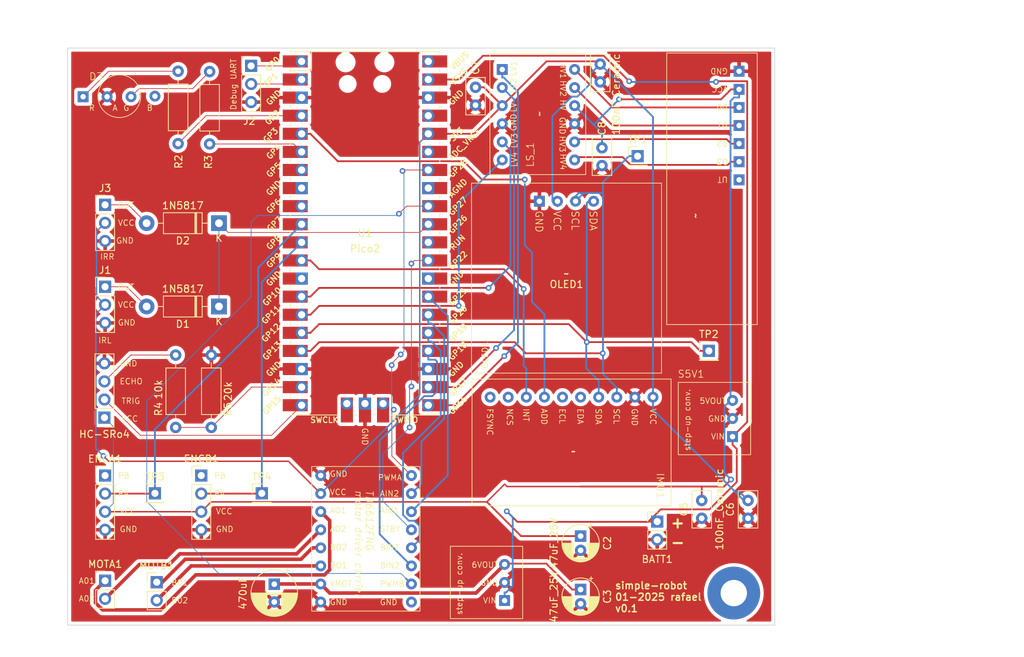
<source format=kicad_pcb>
(kicad_pcb (version 20240108) (generator "pcbnew") (generator_version "8.0")
  (title_block (comment 4 "AISLER Project ID: GUIHFCCZ"))
  (layers (0 "F.Cu" signal "Front") (31 "B.Cu" signal "Back") (34 "B.Paste" user) (35 "F.Paste" user) (36 "B.SilkS" user "B.Silkscreen") (37 "F.SilkS" user "F.Silkscreen") (38 "B.Mask" user) (39 "F.Mask" user) (44 "Edge.Cuts" user))
  (net 0 "")
  (net 4 "Net-(J2-Pin_2)")
  (net 6 "Net-(J2-Pin_1)")
  (net 7 "Net-(IMU1-VCC)")
  (net 9 "Net-(LS_1-LV4)")
  (net 10 "Net-(LS_1-LV2)")
  (net 11 "GND")
  (net 12 "Net-(D1-K)")
  (net 13 "+3V8")
  (net 14 "Net-(IMU1-SDA)")
  (net 16 "Net-(IMU1-SCL)")
  (net 17 "Net-(LS_1-LV1)")
  (net 24 "Net-(LS_1-LV3)")
  (net 37 "Net-(D1-A)")
  (net 38 "Net-(D2-A)")
  (net 39 "Net-(U1-GPIO2)")
  (net 40 "Net-(U1-GPIO4)")
  (net 41 "Net-(HC-SRo4-Pin_2)")
  (net 42 "Net-(HC-SRo4-Pin_3)")
  (net 43 "Net-(U1-GPIO14)")
  (net 44 "Net-(D3-RK)")
  (net 45 "Net-(D3-GK)")
  (net 47 "Net-(MD1-VMOT)")
  (net 49 "Net-(MD1-B01)")
  (net 50 "Net-(MD1-B02)")
  (net 51 "Net-(MD1-PWMA)")
  (net 52 "Net-(MD1-BIN1)")
  (net 53 "Net-(MD1-STBY)")
  (net 54 "Net-(MD1-A02)")
  (net 55 "Net-(MD1-PWMB)")
  (net 56 "Net-(MD1-BIN2)")
  (net 57 "Net-(MD1-AIN1)")
  (net 58 "Net-(MD1-AIN2)")
  (net 60 "Net-(MD1-A01)")
  (net 61 "Net-(LS_1-HV2)")
  (net 62 "Net-(LS_1-HV3)")
  (net 63 "Net-(LS_1-HV4)")
  (net 64 "Net-(LS_1-HV1)")
  (net 65 "Net-(ENCA1-Pin_3)")
  (net 66 "Net-(ENCA1-Pin_2)")
  (net 67 "Net-(ENCA1-Pin_1)")
  (net 68 "Net-(ENCB1-Pin_2)")
  (net 69 "Net-(ENCB1-Pin_1)")
  (net 70 "Net-(IMU1-ADD)")
  (net 73 "Net-(IMU1-INT)")
  (footprint "Connector_PinHeader_2.54mm:PinHeader_1x04_P2.54mm_Vertical" (layer "F.Cu") (at 60.25 118)
    (property "Reference" "ENCA1")
    (property "Value" "Conn_01x04_Pin")
  )
  (footprint "common-hobby-things:433Mhz RC Receiver" (layer "F.Cu") (at 146.71 68.87 -90)
    (property "Reference" "R1" (hide yes))
    (property "Value" "~")
  )
  (footprint "Capacitor_THT:C_Disc_D5.0mm_W2.5mm_P2.50mm" (layer "F.Cu") (at 130 72 -90)
    (property "Reference" "C8")
    (property "Value" "100nF_Ceramic")
  )
  (footprint "Resistor_THT:R_Axial_DIN0207_L6.3mm_D2.5mm_P10.16mm_Horizontal" (layer "F.Cu") (at 75.159 111.25 90)
    (property "Reference" "R5")
    (property "Value" "20k")
  )
  (footprint "Connector_PinHeader_2.54mm:PinHeader_1x03_P2.54mm_Vertical" (layer "F.Cu") (at 80.75 60.5)
    (property "Reference" "J2")
    (property "Value" "Conn_01x03_Pin")
  )
  (footprint "common-hobby-things:Pololu step-up converter 2.5-5.5V in 5V out" (layer "F.Cu") (at 143.25 110)
    (property "Reference" "S5V1")
    (property "Value" "~")
  )
  (footprint "Connector_PinHeader_2.54mm:PinHeader_1x01_P2.54mm_Vertical" (layer "F.Cu") (at 135 73.17)
    (property "Reference" "TP1")
    (property "Value" "Conn_01x01_Pin")
  )
  (footprint "common-hobby-things:Pololu step-up converter 2.5-5.5V in 6V out" (layer "F.Cu") (at 111.25 133.01)
    (property "Reference" "S6V1" (hide yes))
    (property "Value" "~")
  )
  (footprint "Capacitor_THT:C_Disc_D5.0mm_W2.5mm_P2.50mm" (layer "F.Cu") (at 144 124 90)
    (property "Reference" "C5")
    (property "Value" "100nF_Ceramic")
  )
  (footprint "Capacitor_THT:CP_Radial_D5.0mm_P2.00mm" (layer "F.Cu") (at 127 126.5 -90)
    (property "Reference" "C2")
    (property "Value" "47uF_25V")
  )
  (footprint "Connector_PinHeader_2.54mm:PinHeader_1x03_P2.54mm_Vertical" (layer "F.Cu") (at 60.25 80)
    (property "Reference" "J3")
    (property "Value" "Conn_01x03_Pin")
  )
  (footprint "Capacitor_THT:C_Disc_D5.0mm_W2.5mm_P2.50mm" (layer "F.Cu") (at 112.25 63.5 -90)
    (property "Reference" "C7")
    (property "Value" "100nF_Ceramic")
  )
  (footprint "Connector_PinHeader_2.54mm:PinHeader_1x04_P2.54mm_Vertical" (layer "F.Cu") (at 73.75 118)
    (property "Reference" "ENCB1")
    (property "Value" "Conn_01x04_Pin")
  )
  (footprint "Capacitor_THT:CP_Radial_D5.0mm_P2.00mm" (layer "F.Cu") (at 127 134 -90)
    (property "Reference" "C3")
    (property "Value" "47uF_25V")
  )
  (footprint "Diode_THT:D_DO-41_SOD81_P10.16mm_Horizontal" (layer "F.Cu") (at 76.239 94.275 180)
    (property "Reference" "D1")
    (property "Value" "1N5817")
  )
  (footprint "Resistor_THT:R_Axial_DIN0207_L6.3mm_D2.5mm_P10.16mm_Horizontal" (layer "F.Cu") (at 70.159 101.09 -90)
    (property "Reference" "R4")
    (property "Value" "10k")
  )
  (footprint "Connector_PinHeader_2.54mm:PinHeader_1x01_P2.54mm_Vertical" (layer "F.Cu") (at 145 100.5)
    (property "Reference" "TP2")
    (property "Value" "Conn_01x01_Pin")
  )
  (footprint "common-hobby-things:MPU 9265 IMU carrier board" (layer "F.Cu") (at 127 114.62 -90)
    (property "Reference" "IMU1")
    (property "Value" "~")
  )
  (footprint "Connector_PinHeader_2.54mm:PinHeader_1x03_P2.54mm_Vertical" (layer "F.Cu") (at 60.25 91.5)
    (property "Reference" "J1")
    (property "Value" "Conn_01x03_Pin")
  )
  (footprint "MCU_RaspberryPi_and_Boards:RPi_Pico_SMD_TH" (layer "F.Cu") (at 96.73 84)
    (property "Reference" "U1")
    (property "Value" "Pico2")
  )
  (footprint "Capacitor_THT:CP_Radial_D6.3mm_P2.50mm" (layer "F.Cu") (at 84 133.25 -90)
    (property "Reference" "C1" (hide yes))
    (property "Value" "470uF")
  )
  (footprint "common-hobby-things:LED RAGB" (layer "F.Cu") (at 62.25 67.37)
    (property "Reference" "D3")
    (property "Value" "LED_RAGB")
  )
  (footprint "MountingHole:MountingHole_3.7mm_Pad" (layer "F.Cu") (at 148.5 134.5)
    (property "Reference" "REF**" (hide yes))
    (property "Value" "MountingHole_3.7mm_Pad")
  )
  (footprint "Connector_PinHeader_2.54mm:PinHeader_1x01_P2.54mm_Vertical" (layer "F.Cu") (at 67.25 120.5)
    (property "Reference" "TP3")
    (property "Value" "Conn_01x01_Pin")
  )
  (footprint "common-hobby-things:SSD1306" (layer "F.Cu") (at 125.02 84.58)
    (property "Reference" "OLED1")
    (property "Value" "~")
  )
  (footprint "Connector_PinHeader_2.54mm:PinHeader_1x02_P2.54mm_Vertical" (layer "F.Cu") (at 137.75 124.46)
    (property "Reference" "BATT1")
    (property "Value" "Conn_01x02_Pin")
  )
  (footprint "Resistor_THT:R_Axial_DIN0207_L6.3mm_D2.5mm_P10.16mm_Horizontal" (layer "F.Cu") (at 74.922 71.46 90)
    (property "Reference" "R3")
    (property "Value" "330k")
  )
  (footprint "Capacitor_THT:C_Disc_D5.0mm_W2.5mm_P2.50mm" (layer "F.Cu") (at 129.75 62.75 90)
    (property "Reference" "C4" (hide yes))
    (property "Value" "100nF_Ceramic")
  )
  (footprint "Connector_PinHeader_2.54mm:PinHeader_1x02_P2.54mm_Vertical" (layer "F.Cu") (at 67.5 132.975)
    (property "Reference" "MOTB1")
    (property "Value" "~")
  )
  (footprint "common-hobby-things:Level shifter 4 bi-dir" (layer "F.Cu") (at 123.62 71.16)
    (property "Reference" "LS_1")
    (property "Value" "~")
  )
  (footprint "Connector_PinHeader_2.54mm:PinHeader_1x04_P2.54mm_Vertical" (layer "F.Cu") (at 60.159 109.87 180)
    (property "Reference" "HC-SRo4")
    (property "Value" "Conn_01x04_Pin")
  )
  (footprint "Diode_THT:D_DO-41_SOD81_P10.16mm_Horizontal" (layer "F.Cu") (at 76.239 82.58 180)
    (property "Reference" "D2")
    (property "Value" "1N5817")
  )
  (footprint "Connector_PinHeader_2.54mm:PinHeader_1x01_P2.54mm_Vertical" (layer "F.Cu") (at 82.25 120.5)
    (property "Reference" "TP4")
    (property "Value" "Conn_01x01_Pin")
  )
  (footprint "Capacitor_THT:C_Disc_D5.0mm_W2.5mm_P2.50mm" (layer "F.Cu") (at 150.5 124 90)
    (property "Reference" "C6")
    (property "Value" "100nF_Ceramic")
  )
  (footprint "common-hobby-things:TB6612FNG motor driver carrier" (layer "F.Cu") (at 89.25 116.8062)
    (property "Reference" "MD1" (hide yes))
    (property "Value" "~" (hide yes))
  )
  (footprint "Connector_PinHeader_2.54mm:PinHeader_1x02_P2.54mm_Vertical" (layer "F.Cu") (at 60.25 132.765)
    (property "Reference" "MOTA1")
    (property "Value" "~")
  )
  (footprint "Resistor_THT:R_Axial_DIN0207_L6.3mm_D2.5mm_P10.16mm_Horizontal" (layer "F.Cu") (at 70.5 71.41 90)
    (property "Reference" "R2")
    (property "Value" "330k")
  )
  (gr_line (start 55 139) (end 154.25 139) (stroke (width 0.1)) (layer "Edge.Cuts"))
  (gr_line (start 55 58) (end 154.250315 58) (stroke (width 0.1)) (layer "Edge.Cuts"))
  (gr_line (start 55 58) (end 55 139) (stroke (width 0.1)) (layer "Edge.Cuts"))
  (gr_line (start 154.250315 58) (end 154.25 139) (stroke (width 0.1)) (layer "Edge.Cuts"))
  (gr_text "OUT" (at 62 80.5 0) (layer "F.SilkS") (effects (font (size 0.8 0.8) (thickness 0.1)) (justify left bottom)))
  (gr_text "VCC" (at 75.75 123.5 0) (layer "F.SilkS") (effects (font (size 0.8 0.8) (thickness 0.1)) (justify left bottom)))
  (gr_text "B01" (at 69.5 133.5 0) (layer "F.SilkS") (effects (font (size 0.8 0.8) (thickness 0.1)) (justify left bottom)))
  (gr_text "A01" (at 56.5 133.25 0) (layer "F.SilkS") (effects (font (size 0.8 0.8) (thickness 0.1)) (justify left bottom)))
  (gr_text "GND" (at 61.75 85.5 0) (layer "F.SilkS") (effects (font (size 0.8 0.8) (thickness 0.1)) (justify left bottom)))
  (gr_text "-" (at 141.75 128.25 0) (layer "F.SilkS") (effects (font (size 1.5 1.5) (thickness 0.3) (bold yes)) (justify left bottom mirror)))
  (gr_text "+" (at 141.75 125.5 0) (layer "F.SilkS") (effects (font (size 1.5 1.5) (thickness 0.3) (bold yes)) (justify left bottom mirror)))
  (gr_text "GND" (at 62.25 126 0) (layer "F.SilkS") (effects (font (size 0.8 0.8) (thickness 0.1)) (justify left bottom)))
  (gr_text "VCC" (at 62.5 110.5 0) (layer "F.SilkS") (effects (font (size 0.8 0.8) (thickness 0.1)) (justify left bottom)))
  (gr_text "VCC" (at 62 83 0) (layer "F.SilkS") (effects (font (size 0.8 0.8) (thickness 0.1)) (justify left bottom)))
  (gr_text "GND" (at 62 97 0) (layer "F.SilkS") (effects (font (size 0.8 0.8) (thickness 0.1)) (justify left bottom)))
  (gr_text "PB" (at 75.5 118.5 0) (layer "F.SilkS") (effects (font (size 0.8 0.8) (thickness 0.1)) (justify left bottom)))
  (gr_text "B02" (at 69.5 136 0) (layer "F.SilkS") (effects (font (size 0.8 0.8) (thickness 0.1)) (justify left bottom)))
  (gr_text "PA" (at 62 121 0) (layer "F.SilkS") (effects (font (size 0.8 0.8) (thickness 0.1)) (justify left bottom)))
  (gr_text "A02" (at 56.5 135.75 0) (layer "F.SilkS") (effects (font (size 0.8 0.8) (thickness 0.1)) (justify left bottom)))
  (gr_text "simple-robot\n01-2025 rafael\nv0.1" (at 131.75 137.25 0) (layer "F.SilkS") (effects (font (size 1 1) (thickness 0.1875)) (justify left bottom)))
  (gr_text "PB" (at 62 118.5 0) (layer "F.SilkS") (effects (font (size 0.8 0.8) (thickness 0.1)) (justify left bottom)))
  (gr_text "VCC" (at 62.25 123.5 0) (layer "F.SilkS") (effects (font (size 0.8 0.8) (thickness 0.1)) (justify left bottom)))
  (gr_text "VCC" (at 62 94.5 0) (layer "F.SilkS") (effects (font (size 0.8 0.8) (thickness 0.1)) (justify left bottom)))
  (gr_text "GND" (at 96.25 111.25 -90) (layer "F.SilkS") (effects (font (size 0.8 0.8) (thickness 0.1)) (justify left bottom)))
  (gr_text "GND" (at 62.25 102.75 0) (layer "F.SilkS") (effects (font (size 0.8 0.8) (thickness 0.1)) (justify left bottom)))
  (gr_text "IRR" (at 59.5 87.75 0) (layer "F.SilkS") (effects (font (size 0.8 0.8) (thickness 0.1)) (justify left bottom)))
  (gr_text "OUT" (at 62 92 0) (layer "F.SilkS") (effects (font (size 0.8 0.8) (thickness 0.1)) (justify left bottom)))
  (gr_text "PA" (at 75.5 121 0) (layer "F.SilkS") (effects (font (size 0.8 0.8) (thickness 0.1)) (justify left bottom)))
  (gr_text "IRL" (at 59.25 99.5 0) (layer "F.SilkS") (effects (font (size 0.8 0.8) (thickness 0.1)) (justify left bottom)))
  (gr_text "ECHO" (at 62.25 105.25 0) (layer "F.SilkS") (effects (font (size 0.8 0.8) (thickness 0.1)) (justify left bottom)))
  (gr_text "GND" (at 75.75 126 0) (layer "F.SilkS") (effects (font (size 0.8 0.8) (thickness 0.1)) (justify left bottom)))
  (gr_text "TRIG" (at 62.5 108 0) (layer "F.SilkS") (effects (font (size 0.8 0.8) (thickness 0.1)) (justify left bottom)))
  (segment (start 87.21 63.04) (end 87.84 62.41) (width 0.25) (layer "F.Cu") (net 4))
  (segment (start 80.75 63.04) (end 87.21 63.04) (width 0.1) (layer "F.Cu") (net 4))
  (segment (start 87.21 60.5) (end 87.84 59.87) (width 0.25) (layer "F.Cu") (net 6))
  (segment (start 80.75 60.5) (end 87.21 60.5) (width 0.1) (layer "F.Cu") (net 6))
  (segment (start 90.52 120.537) (end 85.9829 116) (width 0.2) (layer "F.Cu") (net 7))
  (segment (start 116 66.08) (end 113.42 63.5) (width 0.25) (layer "F.Cu") (net 7))
  (segment (start 122.219 59.861) (end 116 66.08) (width 0.25) (layer "F.Cu") (net 7))
  (segment (start 129.75 60.25) (end 129.424 60.25) (width 0.25) (layer "F.Cu") (net 7))
  (segment (start 90.52 120.537) (end 90.52 120.5371) (width 0.25) (layer "F.Cu") (net 7))
  (segment (start 85.9829 116) (end 60.75 116) (width 0.2) (layer "F.Cu") (net 7))
  (segment (start 113.42 63.5) (end 112.25 63.5) (width 0.25) (layer "F.Cu") (net 7))
  (segment (start 105.62 70.03) (end 112.05 70.03) (width 0.25) (layer "F.Cu") (net 7))
  (segment (start 129.361 59.861) (end 129.035 59.861) (width 0.25) (layer "F.Cu") (net 7))
  (segment (start 129.424 60.25) (end 129.035 59.861) (width 0.25) (layer "F.Cu") (net 7))
  (segment (start 112.05 70.03) (end 116 66.08) (width 0.25) (layer "F.Cu") (net 7))
  (segment (start 60.75 116) (end 60 115.25) (width 0.2) (layer "F.Cu") (net 7))
  (segment (start 129.035 59.861) (end 122.219 59.861) (width 0.25) (layer "F.Cu") (net 7))
  (via (at 60 115.25) (size 0.8) (drill 0.4) (layers "F.Cu" "B.Cu") (net 7))
  (segment (start 128.425 61.5748) (end 129.75 60.25) (width 0.25) (layer "B.Cu") (net 7))
  (segment (start 148.702 120.292) (end 137.16 108.75) (width 0.25) (layer "B.Cu") (net 7))
  (segment (start 129.75 60.25) (end 137.16 67.66) (width 0.25) (layer "B.Cu") (net 7))
  (segment (start 59.05 92.84) (end 59.05 83.74) (width 0.2) (layer "B.Cu") (net 7))
  (segment (start 126.56 64.81) (end 128.425 62.9449) (width 0.25) (layer "B.Cu") (net 7))
  (segment (start 137.16 108.75) (end 137.16 107) (width 0.25) (layer "B.Cu") (net 7))
  (segment (start 125.766 64.81) (end 126.56 64.81) (width 0.25) (layer "B.Cu") (net 7))
  (segment (start 58.959 114.209) (end 58.959 95.331) (width 0.2) (layer "B.Cu") (net 7))
  (segment (start 104.42 71.23) (end 105.62 70.03) (width 0.2) (layer "B.Cu") (net 7))
  (segment (start 123.04 67.5356) (end 125.766 64.81) (width 0.25) (layer "B.Cu") (net 7))
  (segment (start 149.91 121.5) (end 148.702 120.292) (width 0.25) (layer "B.Cu") (net 7))
  (segment (start 148.702 120.292) (end 149.292 120.292) (width 0.25) (layer "B.Cu") (net 7))
  (segment (start 90.52 120.537) (end 104.42 106.637) (width 0.2) (layer "B.Cu") (net 7))
  (segment (start 123.75 79.5) (end 123.75 80.21) (width 0.25) (layer "B.Cu") (net 7))
  (segment (start 58.959 95.331) (end 60.25 94.04) (width 0.2) (layer "B.Cu") (net 7))
  (segment (start 60 115.25) (end 58.959 114.209) (width 0.2) (layer "B.Cu") (net 7))
  (segment (start 123.04 79.5) (end 123.04 67.5356) (width 0.25) (layer "B.Cu") (net 7))
  (segment (start 60.25 94.04) (end 59.05 92.84) (width 0.2) (layer "B.Cu") (net 7))
  (segment (start 59.05 83.74) (end 60.25 82.54) (width 0.2) (layer "B.Cu") (net 7))
  (segment (start 90.52 120.537) (end 90.52 120.5371) (width 0.25) (layer "B.Cu") (net 7))
  (segment (start 128.425 62.9449) (end 128.425 61.5748) (width 0.25) (layer "B.Cu") (net 7))
  (segment (start 149.292 120.292) (end 150.5 121.5) (width 0.25) (layer "B.Cu") (net 7))
  (segment (start 123.75 80.21) (end 123.04 79.5) (width 0.25) (layer "B.Cu") (net 7))
  (segment (start 104.42 106.637) (end 104.42 71.23) (width 0.2) (layer "B.Cu") (net 7))
  (segment (start 137.16 67.66) (end 137.16 107) (width 0.25) (layer "B.Cu") (net 7))
  (segment (start 90.3075 94.1892) (end 89.0667 95.43) (width 0.25) (layer "F.Cu") (net 9))
  (segment (start 109.892 94.1892) (end 90.3075 94.1892) (width 0.25) (layer "F.Cu") (net 9))
  (segment (start 89.0667 95.43) (end 87.84 95.43) (width 0.25) (layer "F.Cu") (net 9))
  (via (at 109.892 94.1892) (size 0.8) (drill 0.4) (layers "F.Cu" "B.Cu") (net 9))
  (segment (start 116 73.7) (end 109.892 79.8083) (width 0.25) (layer "B.Cu") (net 9))
  (segment (start 109.892 79.8083) (end 109.892 94.1892) (width 0.25) (layer "B.Cu") (net 9))
  (segment (start 109.651 105.59) (end 115.132 100.11) (width 0.25) (layer "F.Cu") (net 10))
  (segment (start 105.62 105.59) (end 109.651 105.59) (width 0.25) (layer "F.Cu") (net 10))
  (via (at 115.132 100.11) (size 0.8) (drill 0.4) (layers "F.Cu" "B.Cu") (net 10))
  (segment (start 116 63.54) (end 117.663 65.2029) (width 0.25) (layer "B.Cu") (net 10))
  (segment (start 117.663 65.2029) (end 117.663 97.5785) (width 0.25) (layer "B.Cu") (net 10))
  (segment (start 117.663 97.5785) (end 115.132 100.11) (width 0.25) (layer "B.Cu") (net 10))
  (segment (start 104.47 83.88) (end 105.62 82.73) (width 0.1) (layer "F.Cu") (net 12))
  (segment (start 77.539 83.88) (end 104.47 83.88) (width 0.1) (layer "F.Cu") (net 12))
  (segment (start 76.239 82.58) (end 77.539 83.88) (width 0.1) (layer "F.Cu") (net 12))
  (segment (start 76.239 94.275) (end 76.239 82.58) (width 0.1) (layer "B.Cu") (net 12))
  (segment (start 113.295 59.075) (end 130.236701 59.075) (width 0.25) (layer "F.Cu") (net 13))
  (segment (start 148.92 114.269) (end 148.92 118.912) (width 0.25) (layer "F.Cu") (net 13))
  (segment (start 130.236701 59.075) (end 133.814701 62.653) (width 0.25) (layer "F.Cu") (net 13))
  (segment (start 116.632 123.018) (end 118.114 124.5) (width 0.25) (layer "F.Cu") (net 13))
  (segment (start 137.75 124.46) (end 136.523 124.46) (width 0.25) (layer "F.Cu") (net 13))
  (segment (start 136.483 124.5) (end 136.523 124.46) (width 0.25) (layer "F.Cu") (net 13))
  (segment (start 148.33 113.679) (end 148.92 114.269) (width 0.25) (layer "F.Cu") (net 13))
  (segment (start 138.233 122.75) (end 136.523 124.46) (width 0.25) (layer "F.Cu") (net 13))
  (segment (start 150.387 62.653) (end 150.387 110.483) (width 0.25) (layer "F.Cu") (net 13))
  (segment (start 148.33 112.54) (end 148.33 113.679) (width 0.25) (layer "F.Cu") (net 13))
  (segment (start 118.114 124.5) (end 136.483 124.5) (width 0.25) (layer "F.Cu") (net 13))
  (segment (start 145.082 122.75) (end 138.233 122.75) (width 0.25) (layer "F.Cu") (net 13))
  (segment (start 105.62 62.41) (end 109.96 62.41) (width 0.25) (layer "F.Cu") (net 13))
  (segment (start 146.097 62.653) (end 146 62.75) (width 0.25) (layer "F.Cu") (net 13))
  (segment (start 150.387 62.653) (end 146.097 62.653) (width 0.25) (layer "F.Cu") (net 13))
  (segment (start 109.96 62.41) (end 113.295 59.075) (width 0.25) (layer "F.Cu") (net 13))
  (segment (start 148.92 118.912) (end 145.082 122.75) (width 0.25) (layer "F.Cu") (net 13))
  (segment (start 150.387 110.483) (end 148.33 112.54) (width 0.25) (layer "F.Cu") (net 13))
  (via (at 133.814701 62.653) (size 0.8) (drill 0.4) (layers "F.Cu" "B.Cu") (net 13))
  (via (at 146 62.75) (size 0.8) (drill 0.4) (layers "F.Cu" "B.Cu") (net 13))
  (via (at 116.632 123.018) (size 0.8) (drill 0.4) (layers "F.Cu" "B.Cu") (net 13))
  (segment (start 117.469 133.486) (end 116.544 134.411) (width 0.25) (layer "B.Cu") (net 13))
  (segment (start 116.632 123.018) (end 117.469 123.855) (width 0.25) (layer "B.Cu") (net 13))
  (segment (start 133.911701 62.75) (end 133.814701 62.653) (width 0.25) (layer "B.Cu") (net 13))
  (segment (start 146 62.75) (end 133.911701 62.75) (width 0.25) (layer "B.Cu") (net 13))
  (segment (start 117.469 123.855) (end 117.469 133.486) (width 0.25) (layer "B.Cu") (net 13))
  (segment (start 116.33 134.411) (end 116.33 135.55) (width 0.25) (layer "B.Cu") (net 13))
  (segment (start 116.544 134.411) (end 116.33 134.411) (width 0.25) (layer "B.Cu") (net 13))
  (segment (start 89.0667 97.97) (end 87.84 97.97) (width 0.25) (layer "F.Cu") (net 14))
  (segment (start 145 100.5) (end 143.773 100.5) (width 0.25) (layer "F.Cu") (net 14))
  (segment (start 143.773 100.5) (end 142.547 99.2733) (width 0.25) (layer "F.Cu") (net 14))
  (segment (start 142.547 99.2733) (end 127.864 99.2733) (width 0.25) (layer "F.Cu") (net 14))
  (segment (start 127.864 99.2733) (end 125.334 96.7433) (width 0.25) (layer "F.Cu") (net 14))
  (segment (start 125.334 96.7433) (end 90.2934 96.7433) (width 0.25) (layer "F.Cu") (net 14))
  (segment (start 90.2934 96.7433) (end 89.0667 97.97) (width 0.25) (layer "F.Cu") (net 14))
  (via (at 127.864 99.2733) (size 0.8) (drill 0.4) (layers "F.Cu" "B.Cu") (net 14))
  (segment (start 129.54 104.692) (end 129.54 107) (width 0.25) (layer "B.Cu") (net 14))
  (segment (start 128.7023 79.6277) (end 128.83 79.5) (width 0.25) (layer "B.Cu") (net 14))
  (segment (start 127.864 99.2733) (end 127.79 99.3478) (width 0.25) (layer "B.Cu") (net 14))
  (segment (start 127.992 79.6277) (end 127.864 79.7555) (width 0.25) (layer "B.Cu") (net 14))
  (segment (start 128.12 79.5) (end 127.992 79.6277) (width 0.25) (layer "B.Cu") (net 14))
  (segment (start 127.992 79.6277) (end 128.702 79.6277) (width 0.25) (layer "B.Cu") (net 14))
  (segment (start 128.702 79.6277) (end 128.7023 79.6277) (width 0.25) (layer "B.Cu") (net 14))
  (segment (start 127.864 79.7555) (end 127.864 99.2733) (width 0.25) (layer "B.Cu") (net 14))
  (segment (start 127.79 99.3478) (end 127.79 102.942) (width 0.25) (layer "B.Cu") (net 14))
  (segment (start 127.79 102.942) (end 129.54 104.692) (width 0.25) (layer "B.Cu") (net 14))
  (segment (start 89.0667 100.51) (end 90.2934 99.2833) (width 0.25) (layer "F.Cu") (net 16))
  (segment (start 119.311 100.842) (end 130.111 100.842) (width 0.25) (layer "F.Cu") (net 16))
  (segment (start 90.2934 99.2833) (end 117.753 99.2833) (width 0.25) (layer "F.Cu") (net 16))
  (segment (start 87.84 100.51) (end 89.0667 100.51) (width 0.25) (layer "F.Cu") (net 16))
  (segment (start 117.753 99.2833) (end 119.311 100.842) (width 0.25) (layer "F.Cu") (net 16))
  (via (at 130.111 100.842) (size 0.8) (drill 0.4) (layers "F.Cu" "B.Cu") (net 16))
  (segment (start 130.143 103.733) (end 132.08 105.67) (width 0.25) (layer "B.Cu") (net 16))
  (segment (start 135 73.17) (end 133.773 73.17) (width 0.25) (layer "B.Cu") (net 16))
  (segment (start 130.143 76.8004) (end 130.143 78.3387) (width 0.25) (layer "B.Cu") (net 16))
  (segment (start 126.29 79.5) (end 127.451 78.3387) (width 0.25) (layer "B.Cu") (net 16))
  (segment (start 130.143 100.842) (end 130.111 100.842) (width 0.25) (layer "B.Cu") (net 16))
  (segment (start 132.08 105.67) (end 132.08 107) (width 0.25) (layer "B.Cu") (net 16))
  (segment (start 130.143 100.842) (end 130.143 78.3387) (width 0.25) (layer "B.Cu") (net 16))
  (segment (start 127.451 78.3387) (end 130.143 78.3387) (width 0.25) (layer "B.Cu") (net 16))
  (segment (start 130.143 100.842) (end 130.143 103.733) (width 0.25) (layer "B.Cu") (net 16))
  (segment (start 126.741 78.3387) (end 127.451 78.3387) (width 0.25) (layer "B.Cu") (net 16))
  (segment (start 133.773 73.17) (end 130.143 76.8004) (width 0.25) (layer "B.Cu") (net 16))
  (segment (start 125.58 79.5) (end 126.741 78.3387) (width 0.25) (layer "B.Cu") (net 16))
  (segment (start 109.394 108.13) (end 116.281 101.243) (width 0.25) (layer "F.Cu") (net 17))
  (segment (start 105.62 108.13) (end 109.394 108.13) (width 0.25) (layer "F.Cu") (net 17))
  (via (at 116.281 101.243) (size 0.8) (drill 0.4) (layers "F.Cu" "B.Cu") (net 17))
  (segment (start 118.201 64.1263) (end 118.201 99.3225) (width 0.25) (layer "B.Cu") (net 17))
  (segment (start 116 61) (end 116 62.1387) (width 0.25) (layer "B.Cu") (net 17))
  (segment (start 116 62.1387) (end 116.214 62.1387) (width 0.25) (layer "B.Cu") (net 17))
  (segment (start 118.201 99.3225) (end 116.281 101.243) (width 0.25) (layer "B.Cu") (net 17))
  (segment (start 116.214 62.1387) (end 118.201 64.1263) (width 0.25) (layer "B.Cu") (net 17))
  (segment (start 89.0667 92.89) (end 87.84 92.89) (width 0.25) (layer "F.Cu") (net 24))
  (segment (start 114.077 91.6633) (end 90.2934 91.6633) (width 0.25) (layer "F.Cu") (net 24))
  (segment (start 90.2934 91.6633) (end 89.0667 92.89) (width 0.25) (layer "F.Cu") (net 24))
  (via (at 114.077 91.6633) (size 0.8) (drill 0.4) (layers "F.Cu" "B.Cu") (net 24))
  (segment (start 117.155 88.5845) (end 114.077 91.6633) (width 0.25) (layer "B.Cu") (net 24))
  (segment (start 116 71.16) (end 117.155 72.3154) (width 0.25) (layer "B.Cu") (net 24))
  (segment (start 117.155 72.3154) (end 117.155 88.5845) (width 0.25) (layer "B.Cu") (net 24))
  (segment (start 60.25 91.5) (end 63.304 91.5) (width 0.1) (layer "F.Cu") (net 37))
  (segment (start 63.304 91.5) (end 66.079 94.275) (width 0.1) (layer "F.Cu") (net 37))
  (segment (start 60.25 80) (end 63.499 80) (width 0.1) (layer "F.Cu") (net 38))
  (segment (start 63.499 80) (end 66.079 82.58) (width 0.1) (layer "F.Cu") (net 38))
  (segment (start 74.42 67.49) (end 87.84 67.49) (width 0.1) (layer "F.Cu") (net 39))
  (segment (start 70.5 71.41) (end 74.42 67.49) (width 0.1) (layer "F.Cu") (net 39))
  (segment (start 74.922 71.46) (end 86.73 71.46) (width 0.1) (layer "F.Cu") (net 40))
  (segment (start 86.73 71.46) (end 87.84 72.57) (width 0.1) (layer "F.Cu") (net 40))
  (segment (start 83.62 112.35) (end 87.84 108.13) (width 0.1) (layer "F.Cu") (net 41))
  (segment (start 65.179 112.35) (end 83.62 112.35) (width 0.1) (layer "F.Cu") (net 41))
  (segment (start 60.159 107.33) (end 65.179 112.35) (width 0.1) (layer "F.Cu") (net 41))
  (segment (start 60.159 104.79) (end 63.859 101.09) (width 0.1) (layer "F.Cu") (net 42))
  (segment (start 63.859 101.09) (end 70.159 101.09) (width 0.1) (layer "F.Cu") (net 42))
  (segment (start 80.819 105.59) (end 87.84 105.59) (width 0.1) (layer "F.Cu") (net 43))
  (segment (start 70.159 111.25) (end 75.159 111.25) (width 0.1) (layer "F.Cu") (net 43))
  (segment (start 75.159 111.25) (end 80.819 105.59) (width 0.1) (layer "F.Cu") (net 43))
  (segment (start 60.75 61.25) (end 70.5 61.25) (width 0.1) (layer "F.Cu") (net 44))
  (segment (start 57.17 64.83) (end 60.75 61.25) (width 0.1) (layer "F.Cu") (net 44))
  (segment (start 63.89 64.83) (end 65.032 63.688) (width 0.1) (layer "F.Cu") (net 45))
  (segment (start 65.032 63.688) (end 72.534 63.688) (width 0.1) (layer "F.Cu") (net 45))
  (segment (start 72.534 63.688) (end 74.922 61.3) (width 0.1) (layer "F.Cu") (net 45))
  (segment (start 116.995 130.365) (end 116.435 130.365) (width 0.25) (layer "F.Cu") (net 47))
  (segment (start 122.189 130.365) (end 116.995 130.365) (width 0.25) (layer "F.Cu") (net 47))
  (segment (start 90.5199 133.223) (end 84.0271 133.223) (width 0.5) (layer "F.Cu") (net 47))
  (segment (start 125.823 134) (end 122.189 130.365) (width 0.25) (layer "F.Cu") (net 47))
  (segment (start 116.33 130.47) (end 112.302 134.498) (width 0.5) (layer "F.Cu") (net 47))
  (segment (start 91.7951 134.498) (end 90.52 133.223) (width 0.5) (layer "F.Cu") (net 47))
  (segment (start 116.995 130.365) (end 116.61 130.75) (width 0.2) (layer "F.Cu") (net 47))
  (segment (start 84.027 133.223) (end 84 133.25) (width 0.25) (layer "F.Cu") (net 47))
  (segment (start 90.5199 133.223) (end 90.52 133.2229) (width 0.25) (layer "F.Cu") (net 47))
  (segment (start 112.302 134.498) (end 91.7951 134.498) (width 0.5) (layer "F.Cu") (net 47))
  (segment (start 116.435 130.365) (end 116.33 130.47) (width 0.25) (layer "F.Cu") (net 47))
  (segment (start 127 134) (end 125.823 134) (width 0.25) (layer "F.Cu") (net 47))
  (segment (start 84.0271 133.223) (end 84.027 133.223) (width 0.25) (layer "F.Cu") (net 47))
  (segment (start 90.5197 130.686) (end 72.3293 130.686) (width 0.5) (layer "F.Cu") (net 49))
  (segment (start 72.3293 130.686) (end 67.5 135.515) (width 0.5) (layer "F.Cu") (net 49))
  (segment (start 90.5197 130.686) (end 90.52 130.6857) (width 0.25) (layer "F.Cu") (net 49))
  (segment (start 89.3514 128.149) (end 87.75 129.75) (width 0.5) (layer "F.Cu") (net 50))
  (segment (start 68.275 132.975) (end 67.5 132.975) (width 0.5) (layer "F.Cu") (net 50))
  (segment (start 71.5 129.75) (end 68.275 132.975) (width 0.5) (layer "F.Cu") (net 50))
  (segment (start 90.5196 128.149) (end 89.3514 128.149) (width 0.5) (layer "F.Cu") (net 50))
  (segment (start 90.5196 128.149) (end 90.52 128.1486) (width 0.25) (layer "F.Cu") (net 50))
  (segment (start 87.75 129.75) (end 71.5 129.75) (width 0.5) (layer "F.Cu") (net 50))
  (segment (start 100.5 102.25) (end 100.5 102.486) (width 0.1) (layer "F.Cu") (net 51))
  (segment (start 100.5 115.25) (end 103.25 118) (width 0.1) (layer "F.Cu") (net 51))
  (segment (start 100.5 102.486) (end 100.481 102.505) (width 0.1) (layer "F.Cu") (net 51))
  (segment (start 102.14 75.11) (end 105.62 75.11) (width 0.1) (layer "F.Cu") (net 51))
  (segment (start 102 75.25) (end 102.14 75.11) (width 0.1) (layer "F.Cu") (net 51))
  (segment (start 100.77 108.753) (end 100.5 109.023) (width 0.1) (layer "F.Cu") (net 51))
  (segment (start 101.75 101) (end 100.5 102.25) (width 0.1) (layer "F.Cu") (net 51))
  (segment (start 100.5 109.023) (end 100.5 115.25) (width 0.1) (layer "F.Cu") (net 51))
  (via (at 102 75.25) (size 0.8) (drill 0.4) (layers "F.Cu" "B.Cu") (net 51))
  (via (at 100.77 108.753) (size 0.8) (drill 0.4) (layers "F.Cu" "B.Cu") (net 51))
  (via (at 101.75 101) (size 0.8) (drill 0.4) (layers "F.Cu" "B.Cu") (net 51))
  (via (at 100.481 102.505) (size 0.8) (drill 0.4) (layers "F.Cu" "B.Cu") (net 51))
  (segment (start 100.481 108.464) (end 100.77 108.753) (width 0.1) (layer "B.Cu") (net 51))
  (segment (start 100.481 102.505) (end 100.481 108.464) (width 0.1) (layer "B.Cu") (net 51))
  (segment (start 101.75 101) (end 102.2 100.55) (width 0.1) (layer "B.Cu") (net 51))
  (segment (start 102.2 100.55) (end 102.2 75.45) (width 0.1) (layer "B.Cu") (net 51))
  (segment (start 102.2 75.45) (end 102 75.25) (width 0.1) (layer "B.Cu") (net 51))
  (segment (start 104.403 125.082) (end 104.403 126.995) (width 0.25) (layer "B.Cu") (net 52))
  (segment (start 105.62 99.1967) (end 106.077 99.1967) (width 0.25) (layer "B.Cu") (net 52))
  (segment (start 103.826 127.572) (end 103.25 128.148) (width 0.25) (layer "B.Cu") (net 52))
  (segment (start 106.077 99.1967) (end 107.355 100.475) (width 0.25) (layer "B.Cu") (net 52))
  (segment (start 103.25 128.148) (end 103.25 128.1486) (width 0.25) (layer "B.Cu") (net 52))
  (segment (start 103.25 128.149) (end 103.826 127.572) (width 0.25) (layer "B.Cu") (net 52))
  (segment (start 103.664 124.343) (end 104.403 125.082) (width 0.25) (layer "B.Cu") (net 52))
  (segment (start 107.355 109.569) (end 102.079 114.845) (width 0.25) (layer "B.Cu") (net 52))
  (segment (start 105.62 97.97) (end 105.62 99.1967) (width 0.25) (layer "B.Cu") (net 52))
  (segment (start 102.886 124.343) (end 103.664 124.343) (width 0.25) (layer "B.Cu") (net 52))
  (segment (start 102.079 123.536) (end 102.886 124.343) (width 0.25) (layer "B.Cu") (net 52))
  (segment (start 104.403 126.995) (end 103.826 127.572) (width 0.25) (layer "B.Cu") (net 52))
  (segment (start 102.079 114.845) (end 102.079 123.536) (width 0.25) (layer "B.Cu") (net 52))
  (segment (start 107.355 100.475) (end 107.355 109.569) (width 0.25) (layer "B.Cu") (net 52))
  (segment (start 103 105.75) (end 103.25 105.5) (width 0.1) (layer "F.Cu") (net 53))
  (segment (start 103 111.25) (end 103 105.75) (width 0.1) (layer "F.Cu") (net 53))
  (segment (start 103.69 87.81) (end 105.62 87.81) (width 0.1) (layer "F.Cu") (net 53))
  (segment (start 103.25 88.25) (end 103.69 87.81) (width 0.1) (layer "F.Cu") (net 53))
  (via (at 103.25 88.25) (size 0.8) (drill 0.4) (layers "F.Cu" "B.Cu") (net 53))
  (via (at 103 111.25) (size 0.8) (drill 0.4) (layers "F.Cu" "B.Cu") (net 53))
  (via (at 103.25 105.5) (size 0.8) (drill 0.4) (layers "F.Cu" "B.Cu") (net 53))
  (segment (start 103.25 125.611) (end 99.2377 121.599) (width 0.1) (layer "B.Cu") (net 53))
  (segment (start 99.2377 121.599) (end 99.2377 115.012) (width 0.1) (layer "B.Cu") (net 53))
  (segment (start 103.25 105.5) (end 103.25 88.25) (width 0.1) (layer "B.Cu") (net 53))
  (segment (start 103.25 125.611) (end 103.25 125.6114) (width 0.25) (layer "B.Cu") (net 53))
  (segment (start 99.2377 115.012) (end 103 111.25) (width 0.1) (layer "B.Cu") (net 53))
  (segment (start 89.1466 126.984) (end 87.1314 129) (width 0.5) (layer "F.Cu") (net 54))
  (segment (start 90.5198 125.611) (end 89.8336 126.298) (width 0.25) (layer "F.Cu") (net 54))
  (segment (start 70.75 129) (end 69.25 130.5) (width 0.5) (layer "F.Cu") (net 54))
  (segment (start 89.1469 126.984) (end 89.1466 126.984) (width 0.25) (layer "F.Cu") (net 54))
  (segment (start 89.1471 126.984) (end 89.1469 126.984) (width 0.25) (layer "F.Cu") (net 54))
  (segment (start 90.52 125.6114) (end 90.5198 125.6112) (width 0.25) (layer "F.Cu") (net 54))
  (segment (start 90.52 125.611) (end 90.5198 125.6112) (width 0.5) (layer "F.Cu") (net 54))
  (segment (start 89.8336 126.298) (end 89.1471 126.984) (width 0.25) (layer "F.Cu") (net 54))
  (segment (start 89.1469 126.984) (end 89.1466 126.984) (width 0.5) (layer "F.Cu") (net 54))
  (segment (start 90.5198 125.6112) (end 89.1469 126.984) (width 0.5) (layer "F.Cu") (net 54))
  (segment (start 69.25 130.5) (end 65.055 130.5) (width 0.5) (layer "F.Cu") (net 54))
  (segment (start 65.055 130.5) (end 60.25 135.305) (width 0.5) (layer "F.Cu") (net 54))
  (segment (start 87.1314 129) (end 70.75 129) (width 0.5) (layer "F.Cu") (net 54))
  (segment (start 102.56 80.19) (end 105.62 80.19) (width 0.1) (layer "F.Cu") (net 55))
  (segment (start 101.5 81.25) (end 102.56 80.19) (width 0.1) (layer "F.Cu") (net 55))
  (via (at 101.5 81.25) (size 0.8) (drill 0.4) (layers "F.Cu" "B.Cu") (net 55))
  (segment (start 81.6763 81.5) (end 101.25 81.5) (width 0.1) (layer "B.Cu") (net 55))
  (segment (start 101.775 131.748) (end 76.1977 131.748) (width 0.1) (layer "B.Cu") (net 55))
  (segment (start 76.1977 131.748) (end 66.1 121.65) (width 0.1) (layer "B.Cu") (net 55))
  (segment (start 102.512 132.486) (end 102.513 132.486) (width 0.25) (layer "B.Cu") (net 55))
  (segment (start 102.881 132.8545) (end 102.8816 132.8545) (width 0.25) (layer "B.Cu") (net 55))
  (segment (start 80.75 92.9) (end 80.75 82.4263) (width 0.1) (layer "B.Cu") (net 55))
  (segment (start 103.25 133.223) (end 102.881 132.8545) (width 0.1) (layer "B.Cu") (net 55))
  (segment (start 66.1 121.65) (end 66.1 107.55) (width 0.1) (layer "B.Cu") (net 55))
  (segment (start 80.75 82.4263) (end 81.6763 81.5) (width 0.1) (layer "B.Cu") (net 55))
  (segment (start 101.25 81.5) (end 101.5 81.25) (width 0.1) (layer "B.Cu") (net 55))
  (segment (start 102.512 132.486) (end 101.775 131.748) (width 0.1) (layer "B.Cu") (net 55))
  (segment (start 102.513 132.486) (end 102.882 132.854) (width 0.25) (layer "B.Cu") (net 55))
  (segment (start 102.881 132.8545) (end 102.512 132.486) (width 0.1) (layer "B.Cu") (net 55))
  (segment (start 102.8816 132.8545) (end 103.25 133.2229) (width 0.25) (layer "B.Cu") (net 55))
  (segment (start 66.1 107.55) (end 80.75 92.9) (width 0.1) (layer "B.Cu") (net 55))
  (segment (start 105.62 101.737) (end 105.62 100.51) (width 0.25) (layer "B.Cu") (net 56))
  (segment (start 106.853 102.012) (end 106.577 101.737) (width 0.25) (layer "B.Cu") (net 56))
  (segment (start 103.25 130.686) (end 98.7904 126.226) (width 0.25) (layer "B.Cu") (net 56))
  (segment (start 106.577 101.737) (end 105.62 101.737) (width 0.25) (layer "B.Cu") (net 56))
  (segment (start 106.176 106.86) (end 106.853 106.183) (width 0.25) (layer "B.Cu") (net 56))
  (segment (start 98.7904 113.118) (end 105.049 106.86) (width 0.25) (layer "B.Cu") (net 56))
  (segment (start 98.7904 126.226) (end 98.7904 113.118) (width 0.25) (layer "B.Cu") (net 56))
  (segment (start 106.853 106.183) (end 106.853 102.012) (width 0.25) (layer "B.Cu") (net 56))
  (segment (start 105.049 106.86) (end 106.176 106.86) (width 0.25) (layer "B.Cu") (net 56))
  (segment (start 108.356 117.968295) (end 108.356 95.626) (width 0.25) (layer "B.Cu") (net 57))
  (segment (start 108.356 95.626) (end 105.62 92.89) (width 0.25) (layer "B.Cu") (net 57))
  (segment (start 103.25 123.074295) (end 108.356 117.968295) (width 0.25) (layer "B.Cu") (net 57))
  (segment (start 106.08 96.6567) (end 105.62 96.6567) (width 0.25) (layer "B.Cu") (net 58))
  (segment (start 103.25 120.537) (end 104.65 119.137) (width 0.25) (layer "B.Cu") (net 58))
  (segment (start 107.856 98.4331) (end 106.08 96.6567) (width 0.25) (layer "B.Cu") (net 58))
  (segment (start 103.25 120.537) (end 103.25 120.5371) (width 0.25) (layer "B.Cu") (net 58))
  (segment (start 105.62 96.6567) (end 105.62 95.43) (width 0.25) (layer "B.Cu") (net 58))
  (segment (start 104.65 113.234) (end 107.856 110.027) (width 0.25) (layer "B.Cu") (net 58))
  (segment (start 104.65 119.137) (end 104.65 113.234) (width 0.25) (layer "B.Cu") (net 58))
  (segment (start 107.856 110.027) (end 107.856 98.4331) (width 0.25) (layer "B.Cu") (net 58))
  (segment (start 91.782 124.336) (end 91.782 131.208) (width 0.5) (layer "F.Cu") (net 60))
  (segment (start 58.9 134.115) (end 60.25 132.765) (width 0.5) (layer "F.Cu") (net 60))
  (segment (start 91.151 123.705) (end 91.782 124.336) (width 0.5) (layer "F.Cu") (net 60))
  (segment (start 90.8354 123.3895) (end 90.5201 123.074) (width 0.25) (layer "F.Cu") (net 60))
  (segment (start 68.0592 136.865) (end 59.9008 136.865) (width 0.5) (layer "F.Cu") (net 60))
  (segment (start 90.8352 123.3895) (end 90.52 123.0743) (width 0.25) (layer "F.Cu") (net 60))
  (segment (start 91.151 123.705) (end 91.1507 123.705) (width 0.25) (layer "F.Cu") (net 60))
  (segment (start 72.9765 131.948) (end 68.0592 136.865) (width 0.5) (layer "F.Cu") (net 60))
  (segment (start 91.782 131.208) (end 91.0427 131.948) (width 0.5) (layer "F.Cu") (net 60))
  (segment (start 59.9008 136.865) (end 58.9 135.864) (width 0.5) (layer "F.Cu") (net 60))
  (segment (start 91.1507 123.705) (end 90.8354 123.3895) (width 0.25) (layer "F.Cu") (net 60))
  (segment (start 90.8354 123.3895) (end 90.8352 123.3895) (width 0.25) (layer "F.Cu") (net 60))
  (segment (start 58.9 135.864) (end 58.9 134.115) (width 0.5) (layer "F.Cu") (net 60))
  (segment (start 90.8355 123.39) (end 91.151 123.705) (width 0.5) (layer "F.Cu") (net 60))
  (segment (start 91.0427 131.948) (end 72.9765 131.948) (width 0.5) (layer "F.Cu") (net 60))
  (segment (start 126.16 63.54) (end 131.49 68.87) (width 0.25) (layer "F.Cu") (net 61))
  (segment (start 131.49 68.87) (end 149.25 68.87) (width 0.25) (layer "F.Cu") (net 61))
  (segment (start 148.111 71.41) (end 149.25 71.41) (width 0.25) (layer "F.Cu") (net 62))
  (segment (start 147.482 70.7812) (end 148.111 71.41) (width 0.25) (layer "F.Cu") (net 62))
  (segment (start 126.539 70.7812) (end 147.482 70.7812) (width 0.25) (layer "F.Cu") (net 62))
  (segment (start 126.5388 70.7812) (end 126.16 71.16) (width 0.25) (layer "F.Cu") (net 62))
  (segment (start 126.539 70.7812) (end 126.5388 70.7812) (width 0.25) (layer "F.Cu") (net 62))
  (segment (start 126.554 73.3062) (end 126.5538 73.3062) (width 0.25) (layer "F.Cu") (net 63))
  (segment (start 147.665 74.3967) (end 148.111 73.95) (width 0.25) (layer "F.Cu") (net 63))
  (segment (start 126.5538 73.3062) (end 126.16 73.7) (width 0.25) (layer "F.Cu") (net 63))
  (segment (start 126.554 73.3062) (end 132.904 73.3062) (width 0.25) (layer "F.Cu") (net 63))
  (segment (start 148.111 73.95) (end 149.25 73.95) (width 0.25) (layer "F.Cu") (net 63))
  (segment (start 132.904 73.3062) (end 133.994 74.3967) (width 0.25) (layer "F.Cu") (net 63))
  (segment (start 133.994 74.3967) (end 147.665 74.3967) (width 0.25) (layer "F.Cu") (net 63))
  (segment (start 126.16 61) (end 131.49 66.33) (width 0.25) (layer "F.Cu") (net 64))
  (segment (start 131.49 66.33) (end 149.25 66.33) (width 0.25) (layer "F.Cu") (net 64))
  (segment (start 127 126.5) (end 118.64 126.5) (width 0.25) (layer "F.Cu") (net 65))
  (segment (start 116.665 119.545) (end 116.33 119.21) (width 0.2) (layer "F.Cu") (net 65))
  (segment (start 75.13 121.7) (end 73.75 123.08) (width 0.2) (layer "F.Cu") (net 65))
  (segment (start 144 119.545) (end 147.122 119.545) (width 0.25) (layer "F.Cu") (net 65))
  (segment (start 73.75 123.08) (end 60.25 123.08) (width 0.2) (layer "F.Cu") (net 65))
  (segment (start 127 119.545) (end 144 119.545) (width 0.25) (layer "F.Cu") (net 65))
  (segment (start 113.84 121.7) (end 75.13 121.7) (width 0.2) (layer "F.Cu") (net 65))
  (segment (start 116.33 119.21) (end 113.84 121.7) (width 0.2) (layer "F.Cu") (net 65))
  (segment (start 147.122 119.545) (end 148.108 118.559) (width 0.25) (layer "F.Cu") (net 65))
  (segment (start 144 119.545) (end 144 121.5) (width 0.25) (layer "F.Cu") (net 65))
  (segment (start 148.111 63.79) (end 146.711 65.1899) (width 0.25) (layer "F.Cu") (net 65))
  (segment (start 149.25 63.79) (end 148.111 63.79) (width 0.25) (layer "F.Cu") (net 65))
  (segment (start 127 119.545) (end 116.665 119.545) (width 0.2) (layer "F.Cu") (net 65))
  (segment (start 146.711 65.1899) (end 132.396 65.1899) (width 0.25) (layer "F.Cu") (net 65))
  (segment (start 118.64 126.5) (end 113.84 121.7) (width 0.25) (layer "F.Cu") (net 65))
  (via (at 132.396 65.1899) (size 0.8) (drill 0.4) (layers "F.Cu" "B.Cu") (net 65))
  (via (at 148.108 118.559) (size 0.8) (drill 0.4) (layers "F.Cu" "B.Cu") (net 65))
  (segment (start 149.25 64.9287) (end 149.25 63.79) (width 0.25) (layer "B.Cu") (net 65))
  (segment (start 60.159 109.87) (end 61.4 111.111) (width 0.1) (layer "B.Cu") (net 65))
  (segment (start 148.108 118.559) (end 147.188 117.639) (width 0.25) (layer "B.Cu") (net 65))
  (segment (start 61.4 111.111) (end 61.4 121.93) (width 0.1) (layer "B.Cu") (net 65))
  (segment (start 148.044 107.46) (end 148.044 65.4226) (width 0.25) (layer "B.Cu") (net 65))
  (segment (start 128.833 68.753) (end 130 69.92) (width 0.25) (layer "B.Cu") (net 65))
  (segment (start 148.044 65.4226) (end 148.538 64.9287) (width 0.25) (layer "B.Cu") (net 65))
  (segment (start 147.188 108.317) (end 147.616 107.8885) (width 0.25) (layer "B.Cu") (net 65))
  (segment (start 147.188 117.639) (end 147.188 108.317) (width 0.25) (layer "B.Cu") (net 65))
  (segment (start 61.4 121.93) (end 60.25 123.08) (width 0.1) (layer "B.Cu") (net 65))
  (segment (start 148.538 64.9287) (end 149.25 64.9287) (width 0.25) (layer "B.Cu") (net 65))
  (segment (start 128.833 68.753) (end 132.396 65.1899) (width 0.25) (layer "B.Cu") (net 65))
  (segment (start 147.616 107.8885) (end 147.9015 107.8885) (width 0.25) (layer "B.Cu") (net 65))
  (segment (start 130 69.92) (end 130 72) (width 0.25) (layer "B.Cu") (net 65))
  (segment (start 126.16 66.08) (end 128.833 68.753) (width 0.25) (layer "B.Cu") (net 65))
  (segment (start 147.9015 107.8885) (end 148.33 107.46) (width 0.25) (layer "B.Cu") (net 65))
  (segment (start 147.616 107.8885) (end 148.044 107.46) (width 0.25) (layer "B.Cu") (net 65))
  (segment (start 67.25 120.5) (end 67.21 120.54) (width 0.25) (layer "F.Cu") (net 66))
  (segment (start 60.25 120.54) (end 67.21 120.54) (width 0.25) (layer "F.Cu") (net 66))
  (segment (start 81.75 97) (end 81.75 88.82) (width 0.25) (layer "B.Cu") (net 66))
  (segment (start 67.25 120.5) (end 67.25 111.5) (width 0.25) (layer "B.Cu") (net 66))
  (segment (start 67.25 111.5) (end 81.75 97) (width 0.25) (layer "B.Cu") (net 66))
  (segment (start 81.75 88.82) (end 87.84 82.73) (width 0.25) (layer "B.Cu") (net 66))
  (segment (start 82.21 120.54) (end 73.75 120.54) (width 0.25) (layer "F.Cu") (net 68))
  (segment (start 82.25 120.5) (end 82.21 120.54) (width 0.25) (layer "F.Cu") (net 68))
  (segment (start 82.25 90.86) (end 87.84 85.27) (width 0.25) (layer "B.Cu") (net 68))
  (segment (start 82.25 120.5) (end 82.25 90.86) (width 0.25) (layer "B.Cu") (net 68))
  (segment (start 110.575 73.8833) (end 113.14 76.4484) (width 0.25) (layer "F.Cu") (net 70))
  (segment (start 89.0667 70.03) (end 92.92 73.8833) (width 0.25) (layer "F.Cu") (net 70))
  (segment (start 113.14 76.4484) (end 119.164 76.4484) (width 0.25) (layer "F.Cu") (net 70))
  (segment (start 87.84 70.03) (end 89.0667 70.03) (width 0.25) (layer "F.Cu") (net 70))
  (segment (start 92.92 73.8833) (end 110.575 73.8833) (width 0.25) (layer "F.Cu") (net 70))
  (via (at 119.164 76.4484) (size 0.8) (drill 0.4) (layers "F.Cu" "B.Cu") (net 70))
  (segment (start 120.17 93.6208) (end 120.17 86.6958) (width 0.25) (layer "B.Cu") (net 70))
  (segment (start 120.17 86.6958) (end 119.164 85.6896) (width 0.25) (layer "B.Cu") (net 70))
  (segment (start 119.164 85.6896) (end 119.164 76.4484) (width 0.25) (layer "B.Cu") (net 70))
  (segment (start 121.92 95.3708) (end 120.17 93.6208) (width 0.25) (layer "B.Cu") (net 70))
  (segment (start 121.92 107) (end 121.92 95.3708) (width 0.25) (layer "B.Cu") (net 70))
  (segment (start 87.84 87.81) (end 89.0667 87.81) (width 0.25) (layer "F.Cu") (net 73))
  (segment (start 89.0667 87.81) (end 90.2934 89.0367) (width 0.25) (layer "F.Cu") (net 73))
  (segment (start 116.229 89.0367) (end 119.011 91.8191) (width 0.25) (layer "F.Cu") (net 73))
  (segment (start 90.2934 89.0367) (end 116.229 89.0367) (width 0.25) (layer "F.Cu") (net 73))
  (via (at 119.011 91.8191) (size 0.8) (drill 0.4) (layers "F.Cu" "B.Cu") (net 73))
  (segment (start 119.011 102.596) (end 119.38 102.965) (width 0.25) (layer "B.Cu") (net 73))
  (segment (start 119.38 102.965) (end 119.38 107) (width 0.25) (layer "B.Cu") (net 73))
  (segment (start 119.011 91.8191) (end 119.011 102.596) (width 0.25) (layer "B.Cu") (net 73))
  (zone (net 11) (net_name "GND") (layer "F.Cu") (connect_pads (clearance 0.5)) (min_thickness 0.25) (fill yes (thermal_gap 0.5) (thermal_bridge_width 0.5))
    (polygon (pts (xy 45.5 59.5) (xy 50.5 143.5) (xy 189.25 142.5) (xy 188.25 53.5) (xy 49 51.25)))
  )
)
</source>
